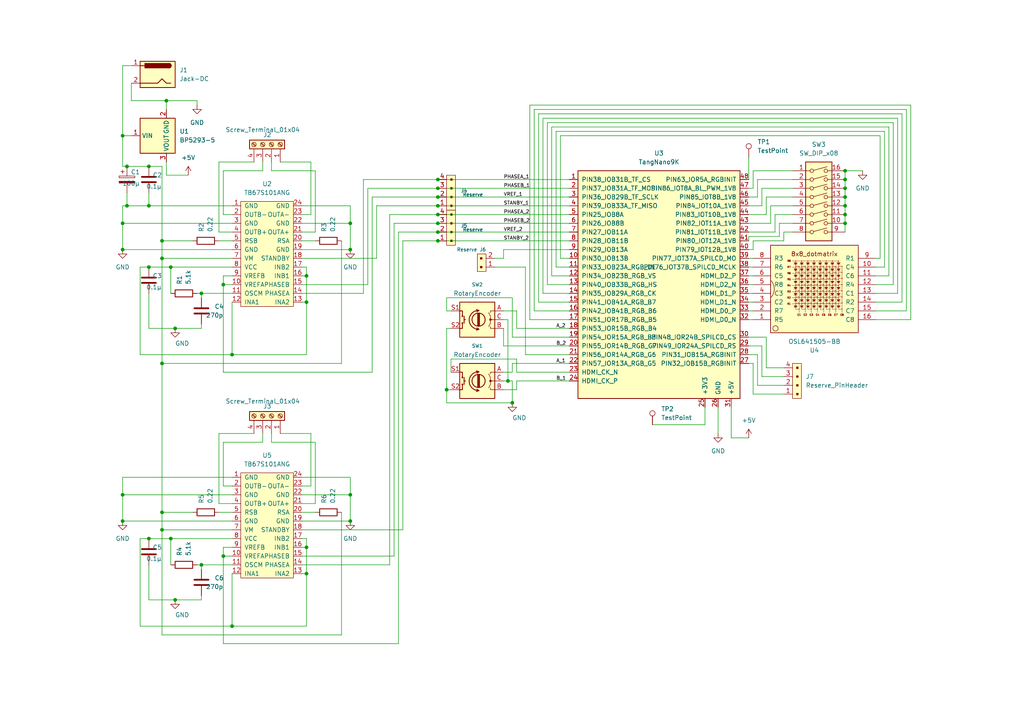
<source format=kicad_sch>
(kicad_sch (version 20211123) (generator eeschema)
  (paper "A4")
  (title_block (title "MoterDriverBoard for Tang Nano 9K"))
  (lib_symbols
    (symbol "455-1639-nd:455-1639-ND" (pin_names (offset 1.016))
      (property "Reference" "U" (at -2.54 1.27 0))
      (property "Value" "455-1639-ND" (at 1.27 -3.81 0))
      (symbol "455-1639-ND_1_1"
        (pin passive line (at 0 2.54 270) (length 2.54) (name "~") (number "1"))
        (pin passive line (at 2.54 2.54 270) (length 2.54) (name "~") (number "2"))
      )
    )
    (symbol "455-1706-nd:455-1706-ND" (pin_names (offset 1.016))
      (property "Reference" "U" (at -2.54 -1.27 0))
      (property "Value" "455-1706-ND" (at 3.81 -3.81 0))
      (symbol "455-1706-ND_1_1"
        (pin passive line (at 0 2.54 270) (length 2.54) (name "~") (number "1"))
        (pin passive line (at 2.54 2.54 270) (length 2.54) (name "~") (number "2"))
        (pin passive line (at 5.08 2.54 270) (length 2.54) (name "~") (number "3"))
        (pin passive line (at 7.62 2.54 270) (length 2.54) (name "~") (number "4"))
      )
    )
    (symbol "Connector:Jack-DC" (pin_names (offset 1.016))
      (property "Reference" "J" (at 0 5.334 0))
      (property "Value" "Jack-DC" (at 0 -5.08 0))
      (symbol "Jack-DC_1_1"
        (pin passive line (at 7.62 2.54 180) (length 2.54) (name "~") (number "1"))
        (pin passive line (at 7.62 -2.54 180) (length 2.54) (name "~") (number "2"))
      )
    )
    (symbol "Connector:Screw_Terminal_01x04" (pin_names (offset 1.016) hide)
      (property "Reference" "J" (at 0 5.08 0))
      (property "Value" "Screw_Terminal_01x04" (at 0 -7.62 0))
      (symbol "Screw_Terminal_01x04_1_1"
        (pin passive line (at -5.08 2.54 0) (length 3.81) (name "Pin_1") (number "1"))
        (pin passive line (at -5.08 0 0) (length 3.81) (name "Pin_2") (number "2"))
        (pin passive line (at -5.08 -2.54 0) (length 3.81) (name "Pin_3") (number "3"))
        (pin passive line (at -5.08 -5.08 0) (length 3.81) (name "Pin_4") (number "4"))
      )
    )
    (symbol "Connector:TestPoint" (pin_numbers hide) (pin_names (offset 0.762) hide)
      (property "Reference" "TP" (at 0 6.858 0))
      (property "Value" "TestPoint" (at 0 5.08 0))
      (symbol "TestPoint_1_1"
        (pin passive line (at 0 0 90) (length 2.54) (name "1") (number "1"))
      )
    )
    (symbol "Device:C" (pin_numbers hide) (pin_names (offset 0.254))
      (property "Reference" "C" (at 0.635 2.54 0))
      (property "Value" "C" (at 0.635 -2.54 0))
      (symbol "C_1_1"
        (pin passive line (at 0 3.81 270) (length 2.794) (name "~") (number "1"))
        (pin passive line (at 0 -3.81 90) (length 2.794) (name "~") (number "2"))
      )
    )
    (symbol "Device:C_Polarized" (pin_numbers hide) (pin_names (offset 0.254))
      (property "Reference" "C" (at 0.635 2.54 0))
      (property "Value" "C_Polarized" (at 0.635 -2.54 0))
      (symbol "C_Polarized_1_1"
        (pin passive line (at 0 3.81 270) (length 2.794) (name "~") (number "1"))
        (pin passive line (at 0 -3.81 90) (length 2.794) (name "~") (number "2"))
      )
    )
    (symbol "Device:R" (pin_numbers hide) (pin_names (offset 0))
      (property "Reference" "R" (at 2.032 0 90))
      (property "Value" "R" (at 0 0 90))
      (symbol "R_1_1"
        (pin passive line (at 0 3.81 270) (length 1.27) (name "~") (number "1"))
        (pin passive line (at 0 -3.81 90) (length 1.27) (name "~") (number "2"))
      )
    )
    (symbol "Device:RotaryEncoder_Switch" (pin_names (offset 0.254) hide)
      (property "Reference" "SW" (at 0 6.604 0))
      (property "Value" "RotaryEncoder_Switch" (at 0 -6.604 0))
      (symbol "RotaryEncoder_Switch_1_1"
        (pin passive line (at -7.62 2.54 0) (length 2.54) (name "A") (number "A"))
        (pin passive line (at -7.62 -2.54 0) (length 2.54) (name "B") (number "B"))
        (pin passive line (at -7.62 0 0) (length 2.54) (name "C") (number "C"))
        (pin passive line (at 7.62 2.54 180) (length 2.54) (name "S1") (number "S1"))
        (pin passive line (at 7.62 -2.54 180) (length 2.54) (name "S2") (number "S2"))
      )
    )
    (symbol "Driver_Motor:TB67S101ANG" (pin_names (offset 1.016))
      (property "Reference" "U" (at -3.81 16.51 0))
      (property "Value" "TB67S101ANG" (at 0 -16.51 0))
      (symbol "TB67S101ANG_1_1"
        (pin free line (at -10.16 13.97 0) (length 2.54) (name "GND") (number "1"))
        (pin input line (at -10.16 -8.89 0) (length 2.54) (name "VREFA") (number "10"))
        (pin input line (at -10.16 -11.43 0) (length 2.54) (name "OSCM") (number "11"))
        (pin input line (at -10.16 -13.97 0) (length 2.54) (name "INA1") (number "12"))
        (pin input line (at 10.16 -13.97 180) (length 2.54) (name "INA2") (number "13"))
        (pin input line (at 10.16 -11.43 180) (length 2.54) (name "PHASEA") (number "14"))
        (pin input line (at 10.16 -8.89 180) (length 2.54) (name "PHASEB") (number "15"))
        (pin input line (at 10.16 -6.35 180) (length 2.54) (name "INB1") (number "16"))
        (pin input line (at 10.16 -3.81 180) (length 2.54) (name "INB2") (number "17"))
        (pin input line (at 10.16 -1.27 180) (length 2.54) (name "STANDBY") (number "18"))
        (pin free line (at 10.16 1.27 180) (length 2.54) (name "GND") (number "19"))
        (pin output line (at -10.16 11.43 0) (length 2.54) (name "OUTB-") (number "2"))
        (pin input line (at 10.16 3.81 180) (length 2.54) (name "RSA") (number "20"))
        (pin output line (at 10.16 6.35 180) (length 2.54) (name "OUTA+") (number "21"))
        (pin free line (at 10.16 8.89 180) (length 2.54) (name "GND") (number "22"))
        (pin output line (at 10.16 11.43 180) (length 2.54) (name "OUTA-") (number "23"))
        (pin free line (at 10.16 13.97 180) (length 2.54) (name "GND") (number "24"))
        (pin free line (at -10.16 8.89 0) (length 2.54) (name "GND") (number "3"))
        (pin output line (at -10.16 6.35 0) (length 2.54) (name "OUTB+") (number "4"))
        (pin input line (at -10.16 3.81 0) (length 2.54) (name "RSB") (number "5"))
        (pin free line (at -10.16 1.27 0) (length 2.54) (name "GND") (number "6"))
        (pin power_in line (at -10.16 -1.27 0) (length 2.54) (name "VM") (number "7"))
        (pin power_out line (at -10.16 -3.81 0) (length 2.54) (name "VCC") (number "8"))
        (pin input line (at -10.16 -6.35 0) (length 2.54) (name "VREFB") (number "9"))
      )
    )
    (symbol "LED_1088as:OSL641505-BB" (pin_names (offset 1.016))
      (property "Reference" "U" (at 7.62 11.43 0))
      (property "Value" "OSL641505-BB" (at 0 11.43 0))
      (symbol "OSL641505-BB_0_0"
        (text "8x8_dotmatrix" (at 0 -10.16 0) (effects (font (size 1.27 1.27))))
      )
      (symbol "OSL641505-BB_1_1"
        (text "C1" (at -4.445 7.493 0) (effects (font (size 0.508 0.508))))
        (text "C2" (at -2.667 7.493 0) (effects (font (size 0.508 0.508))))
        (text "C3" (at -0.889 7.493 0) (effects (font (size 0.508 0.508))))
        (text "C4" (at 0.889 7.493 0) (effects (font (size 0.508 0.508))))
        (text "C5" (at 2.667 7.493 0) (effects (font (size 0.508 0.508))))
        (text "C6" (at 4.445 7.493 0) (effects (font (size 0.508 0.508))))
        (text "C7" (at 6.223 7.493 0) (effects (font (size 0.508 0.508))))
        (text "C8" (at 8.001 7.493 0) (effects (font (size 0.508 0.508))))
        (text "R1" (at -7.366 4.318 0) (effects (font (size 0.508 0.508))))
        (text "R2" (at -7.366 2.54 0) (effects (font (size 0.508 0.508))))
        (text "R3" (at -7.366 0.762 0) (effects (font (size 0.508 0.508))))
        (text "R4" (at -7.366 -1.016 0) (effects (font (size 0.508 0.508))))
        (text "R5" (at -7.366 -2.794 0) (effects (font (size 0.508 0.508))))
        (text "R6" (at -7.366 -4.572 0) (effects (font (size 0.508 0.508))))
        (text "R7" (at -7.366 -6.35 0) (effects (font (size 0.508 0.508))))
        (text "R8" (at -7.366 -8.128 0) (effects (font (size 0.508 0.508))))
        (pin input line (at -17.78 8.89 0) (length 5.08) (name "R5") (number "1"))
        (pin input line (at 17.78 -6.35 180) (length 5.08) (name "C4") (number "10"))
        (pin input line (at 17.78 -3.81 180) (length 5.08) (name "C6") (number "11"))
        (pin input line (at 17.78 -1.27 180) (length 5.08) (name "R4") (number "12"))
        (pin input line (at 17.78 1.27 180) (length 5.08) (name "C1") (number "13"))
        (pin input line (at 17.78 3.81 180) (length 5.08) (name "R2") (number "14"))
        (pin input line (at 17.78 6.35 180) (length 5.08) (name "C7") (number "15"))
        (pin input line (at 17.78 8.89 180) (length 5.08) (name "C8") (number "16"))
        (pin input line (at -17.78 6.35 0) (length 5.08) (name "R7") (number "2"))
        (pin input line (at -17.78 3.81 0) (length 5.08) (name "C2") (number "3"))
        (pin input line (at -17.78 1.27 0) (length 5.08) (name "C3") (number "4"))
        (pin input line (at -17.78 -1.27 0) (length 5.08) (name "R8") (number "5"))
        (pin input line (at -17.78 -3.81 0) (length 5.08) (name "C5") (number "6"))
        (pin input line (at -17.78 -6.35 0) (length 5.08) (name "R6") (number "7"))
        (pin input line (at -17.78 -8.89 0) (length 5.08) (name "R3") (number "8"))
        (pin input line (at 17.78 -8.89 180) (length 5.08) (name "R1") (number "9"))
      )
    )
    (symbol "MCU_Module:TangNano9K" (pin_names (offset 1.016))
      (property "Reference" "U" (at -12.7 34.29 0))
      (property "Value" "TangNano9K" (at 24.13 34.29 0))
      (symbol "TangNano9K_1_1"
        (pin bidirectional line (at -34.29 30.48 0) (length 2.54) (name "PIN38_IOB31B_TF_CS") (number "1"))
        (pin bidirectional line (at -34.29 7.62 0) (length 2.54) (name "PIN30_IOB13B") (number "10"))
        (pin bidirectional line (at -34.29 5.08 0) (length 2.54) (name "PIN33_IOB23A_RGB_DE") (number "11"))
        (pin bidirectional line (at -34.29 2.54 0) (length 2.54) (name "PIN34_IOB23B_RGB_VS") (number "12"))
        (pin bidirectional line (at -34.29 0 0) (length 2.54) (name "PIN40_IOB33B_RGB_HS") (number "13"))
        (pin bidirectional line (at -34.29 -2.54 0) (length 2.54) (name "PIN35_IOB29A_RGB_CK") (number "14"))
        (pin bidirectional line (at -34.29 -5.08 0) (length 2.54) (name "PIN41_IOB41A_RGB_B7") (number "15"))
        (pin bidirectional line (at -34.29 -7.62 0) (length 2.54) (name "PIN42_IOB41B_RGB_B6") (number "16"))
        (pin bidirectional line (at -34.29 -10.16 0) (length 2.54) (name "PIN51_IOR17B_RGB_B5") (number "17"))
        (pin bidirectional line (at -34.29 -12.7 0) (length 2.54) (name "PIN53_IOR15B_RGB_B4") (number "18"))
        (pin bidirectional line (at -34.29 -15.24 0) (length 2.54) (name "PIN54_IOR15A_RGB_B3") (number "19"))
        (pin bidirectional line (at -34.29 27.94 0) (length 2.54) (name "PIN37_IOB31A_TF_MOSI") (number "2"))
        (pin bidirectional line (at -34.29 -17.78 0) (length 2.54) (name "PIN55_IOR14B_RGB_G7") (number "20"))
        (pin bidirectional line (at -34.29 -20.32 0) (length 2.54) (name "PIN56_IOR14A_RGB_G6") (number "21"))
        (pin bidirectional line (at -34.29 -22.86 0) (length 2.54) (name "PIN57_IOR13A_RGB_G5") (number "22"))
        (pin bidirectional line (at -34.29 -25.4 0) (length 2.54) (name "HDMI_CK_N") (number "23"))
        (pin bidirectional line (at -34.29 -27.94 0) (length 2.54) (name "HDMI_CK_P") (number "24"))
        (pin power_in line (at 5.08 -35.56 90) (length 2.54) (name "+3V3") (number "25"))
        (pin free line (at 8.89 -35.56 90) (length 2.54) (name "GND") (number "26"))
        (pin bidirectional line (at 17.78 -22.86 180) (length 2.54) (name "PIN32_IOB15B_RGBINIT") (number "27"))
        (pin bidirectional line (at 17.78 -20.32 180) (length 2.54) (name "PIN31_IOB15A_RGBINIT") (number "28"))
        (pin bidirectional line (at 17.78 -17.78 180) (length 2.54) (name "PIN49_IOR24A_SPILCD_RS") (number "29"))
        (pin bidirectional line (at -34.29 25.4 0) (length 2.54) (name "PIN36_IOB29B_TF_SCLK") (number "3"))
        (pin bidirectional line (at 17.78 -15.24 180) (length 2.54) (name "PIN48_IOR24B_SPILCD_CS") (number "30"))
        (pin power_in line (at 12.7 -35.56 90) (length 2.54) (name "+5V") (number "31"))
        (pin bidirectional line (at 17.78 -10.16 180) (length 2.54) (name "HDMI_D0_N") (number "32"))
        (pin bidirectional line (at 17.78 -7.62 180) (length 2.54) (name "HDMI_D0_P") (number "33"))
        (pin bidirectional line (at 17.78 -5.08 180) (length 2.54) (name "HDMI_D1_N") (number "34"))
        (pin bidirectional line (at 17.78 -2.54 180) (length 2.54) (name "HDMI_D1_P") (number "35"))
        (pin bidirectional line (at 17.78 0 180) (length 2.54) (name "HDMI_D2_N") (number "36"))
        (pin bidirectional line (at 17.78 2.54 180) (length 2.54) (name "HDMI_D2_P") (number "37"))
        (pin bidirectional line (at 17.78 5.08 180) (length 2.54) (name "PIN76_IOT37B_SPILCD_MCLK") (number "38"))
        (pin bidirectional line (at 17.78 7.62 180) (length 2.54) (name "PIN77_IOT37A_SPILCD_MO") (number "39"))
        (pin bidirectional line (at -34.29 22.86 0) (length 2.54) (name "PIN39_IOB33A_TF_MISO") (number "4"))
        (pin bidirectional line (at 17.78 10.16 180) (length 2.54) (name "PIN79_IOT12B_1V8") (number "40"))
        (pin bidirectional line (at 17.78 12.7 180) (length 2.54) (name "PIN80_IOT12A_1V8") (number "41"))
        (pin bidirectional line (at 17.78 15.24 180) (length 2.54) (name "PIN81_IOT11B_1V8") (number "42"))
        (pin bidirectional line (at 17.78 17.78 180) (length 2.54) (name "PIN82_IOT11A_1V8") (number "43"))
        (pin bidirectional line (at 17.78 20.32 180) (length 2.54) (name "PIN83_IOT10B_1V8") (number "44"))
        (pin bidirectional line (at 17.78 22.86 180) (length 2.54) (name "PIN84_IOT10A_1V8") (number "45"))
        (pin bidirectional line (at 17.78 25.4 180) (length 2.54) (name "PIN85_IOT8B_1V8") (number "46"))
        (pin bidirectional line (at 17.78 27.94 180) (length 2.54) (name "PIN86_IOT8A_BL_PWM_1V8") (number "47"))
        (pin bidirectional line (at 17.78 30.48 180) (length 2.54) (name "PIN63_IOR5A_RGBINIT") (number "48"))
        (pin bidirectional line (at -34.29 20.32 0) (length 2.54) (name "PIN25_IOB8A") (number "5"))
        (pin bidirectional line (at -34.29 17.78 0) (length 2.54) (name "PIN26_IOB8B") (number "6"))
        (pin bidirectional line (at -34.29 15.24 0) (length 2.54) (name "PIN27_IOB11A") (number "7"))
        (pin bidirectional line (at -34.29 12.7 0) (length 2.54) (name "PIN28_IOB11B") (number "8"))
        (pin bidirectional line (at -34.29 10.16 0) (length 2.54) (name "PIN29_IOB13A") (number "9"))
      )
    )
    (symbol "Switch:SW_DIP_x08" (pin_names (offset 0) hide)
      (property "Reference" "SW" (at 0 13.97 0))
      (property "Value" "SW_DIP_x08" (at 0 -11.43 0))
      (symbol "SW_DIP_x08_1_1"
        (pin passive line (at -7.62 10.16 0) (length 5.08) (name "~") (number "1"))
        (pin passive line (at 7.62 -5.08 180) (length 5.08) (name "~") (number "10"))
        (pin passive line (at 7.62 -2.54 180) (length 5.08) (name "~") (number "11"))
        (pin passive line (at 7.62 0 180) (length 5.08) (name "~") (number "12"))
        (pin passive line (at 7.62 2.54 180) (length 5.08) (name "~") (number "13"))
        (pin passive line (at 7.62 5.08 180) (length 5.08) (name "~") (number "14"))
        (pin passive line (at 7.62 7.62 180) (length 5.08) (name "~") (number "15"))
        (pin passive line (at 7.62 10.16 180) (length 5.08) (name "~") (number "16"))
        (pin passive line (at -7.62 7.62 0) (length 5.08) (name "~") (number "2"))
        (pin passive line (at -7.62 5.08 0) (length 5.08) (name "~") (number "3"))
        (pin passive line (at -7.62 2.54 0) (length 5.08) (name "~") (number "4"))
        (pin passive line (at -7.62 0 0) (length 5.08) (name "~") (number "5"))
        (pin passive line (at -7.62 -2.54 0) (length 5.08) (name "~") (number "6"))
        (pin passive line (at -7.62 -5.08 0) (length 5.08) (name "~") (number "7"))
        (pin passive line (at -7.62 -7.62 0) (length 5.08) (name "~") (number "8"))
        (pin passive line (at 7.62 -7.62 180) (length 5.08) (name "~") (number "9"))
      )
    )
    (symbol "power:+5V" (power) (pin_names (offset 0))
      (property "Value" "+5V" (at 0 3.556 0))
      (symbol "+5V_1_1"
        (pin power_in line (at 0 0 90) (length 0) hide (name "+5V") (number "1"))
      )
    )
    (symbol "power:BP5293-5"
      (property "Reference" "U1" (at 3.81 1.2701 0))
      (property "Value" "BP5293-5" (at 3.81 -1.2699 0))
      (symbol "BP5293-5_1_1"
        (pin power_in line (at -10.16 0 0) (length 2.54) (name "VIN") (number "1"))
        (pin free line (at 0 7.62 270) (length 2.54) (name "GND") (number "2"))
        (pin power_out line (at 0 -7.62 90) (length 2.54) (name "VOUT") (number "3"))
      )
    )
    (symbol "power:GND" (power) (pin_names (offset 0))
      (property "Value" "GND" (at 0 -3.81 0))
      (symbol "GND_1_1"
        (pin power_in line (at 0 0 270) (length 0) hide (name "GND") (number "1"))
      )
    )
  )
  (junction (at 35.56 151.13))
  (junction (at 67.31 181.61))
  (junction (at 88.9 158.75))
  (junction (at 58.42 85.09))
  (junction (at 35.56 72.39))
  (junction (at 101.6 151.13))
  (junction (at 43.18 77.47))
  (junction (at 127 52.07))
  (junction (at 43.18 156.21))
  (junction (at 101.6 64.77))
  (junction (at 245.11 62.23))
  (junction (at 50.8 173.99))
  (junction (at 36.83 48.26))
  (junction (at 64.77 82.55))
  (junction (at 127 64.77))
  (junction (at 245.11 52.07))
  (junction (at 67.31 102.87))
  (junction (at 43.18 59.69))
  (junction (at 127 69.85))
  (junction (at 245.11 64.77))
  (junction (at 46.99 69.85))
  (junction (at 43.18 48.26))
  (junction (at 127 62.23))
  (junction (at 58.42 163.83))
  (junction (at 46.99 148.59))
  (junction (at 245.11 49.53))
  (junction (at 35.56 64.77))
  (junction (at 46.99 105.41))
  (junction (at 127 54.61))
  (junction (at 129.54 113.03))
  (junction (at 46.99 74.93))
  (junction (at 35.56 39.37))
  (junction (at 101.6 143.51))
  (junction (at 64.77 161.29))
  (junction (at 49.53 156.21))
  (junction (at 127 57.15))
  (junction (at 148.59 116.84))
  (junction (at 245.11 54.61))
  (junction (at 147.32 110.49))
  (junction (at 127 59.69))
  (junction (at 101.6 72.39))
  (junction (at 50.8 95.25))
  (junction (at 46.99 153.67))
  (junction (at 245.11 59.69))
  (junction (at 48.26 29.21))
  (junction (at 36.83 59.69))
  (junction (at 88.9 87.63))
  (junction (at 35.56 143.51))
  (junction (at 49.53 77.47))
  (junction (at 88.9 80.01))
  (junction (at 127 67.31))
  (junction (at 88.9 166.37))
  (junction (at 245.11 57.15))
  (wire (pts (xy 109.22 59.69) (xy 109.22 74.93)))
  (wire (pts (xy 64.77 80.01) (xy 67.31 80.01)))
  (wire (pts (xy 129.54 113.03) (xy 129.54 116.84)))
  (wire (pts (xy 147.32 110.49) (xy 146.05 110.49)))
  (wire (pts (xy 154.94 90.17) (xy 154.94 31.75)))
  (wire (pts (xy 91.44 146.05) (xy 87.63 146.05)))
  (wire (pts (xy 107.95 57.15) (xy 127 57.15)))
  (wire (pts (xy 218.44 54.61) (xy 218.44 49.53)))
  (wire (pts (xy 40.64 102.87) (xy 67.31 102.87)))
  (wire (pts (xy 204.47 118.11) (xy 204.47 123.19)))
  (wire (pts (xy 46.99 184.15) (xy 99.06 184.15)))
  (wire (pts (xy 116.84 153.67) (xy 116.84 69.85)))
  (wire (pts (xy 46.99 69.85) (xy 55.88 69.85)))
  (wire (pts (xy 245.11 54.61) (xy 245.11 57.15)))
  (wire (pts (xy 78.74 49.53) (xy 91.44 49.53)))
  (wire (pts (xy 87.63 161.29) (xy 114.3 161.29)))
  (wire (pts (xy 218.44 69.85) (xy 227.33 69.85)))
  (wire (pts (xy 224.79 67.31) (xy 224.79 62.23)))
  (wire (pts (xy 162.56 74.93) (xy 162.56 39.37)))
  (wire (pts (xy 254 92.71) (xy 264.16 92.71)))
  (wire (pts (xy 35.56 138.43) (xy 67.31 138.43)))
  (wire (pts (xy 149.86 107.95) (xy 165.1 107.95)))
  (wire (pts (xy 73.66 125.73) (xy 63.5 125.73)))
  (wire (pts (xy 127 64.77) (xy 165.1 64.77)))
  (wire (pts (xy 114.3 161.29) (xy 114.3 64.77)))
  (wire (pts (xy 217.17 45.72) (xy 217.17 52.07)))
  (wire (pts (xy 148.59 105.41) (xy 165.1 105.41)))
  (wire (pts (xy 49.53 77.47) (xy 67.31 77.47)))
  (wire (pts (xy 148.59 110.49) (xy 147.32 110.49)))
  (wire (pts (xy 35.56 72.39) (xy 35.56 64.77)))
  (wire (pts (xy 43.18 55.88) (xy 43.18 59.69)))
  (wire (pts (xy 63.5 46.99) (xy 63.5 67.31)))
  (wire (pts (xy 217.17 97.79) (xy 222.25 97.79)))
  (wire (pts (xy 165.1 74.93) (xy 162.56 74.93)))
  (wire (pts (xy 245.11 62.23) (xy 245.11 64.77)))
  (wire (pts (xy 222.25 57.15) (xy 229.87 57.15)))
  (wire (pts (xy 227.33 69.85) (xy 227.33 67.31)))
  (wire (pts (xy 224.79 62.23) (xy 229.87 62.23)))
  (wire (pts (xy 127 57.15) (xy 165.1 57.15)))
  (wire (pts (xy 217.17 92.71) (xy 218.44 92.71)))
  (wire (pts (xy 217.17 54.61) (xy 218.44 54.61)))
  (wire (pts (xy 146.05 95.25) (xy 146.05 100.33)))
  (wire (pts (xy 127 69.85) (xy 165.1 69.85)))
  (wire (pts (xy 67.31 166.37) (xy 67.31 181.61)))
  (wire (pts (xy 101.6 64.77) (xy 101.6 72.39)))
  (wire (pts (xy 116.84 69.85) (xy 127 69.85)))
  (wire (pts (xy 262.89 31.75) (xy 262.89 90.17)))
  (wire (pts (xy 146.05 113.03) (xy 149.86 113.03)))
  (wire (pts (xy 91.44 67.31) (xy 87.63 67.31)))
  (wire (pts (xy 245.11 59.69) (xy 245.11 62.23)))
  (wire (pts (xy 218.44 49.53) (xy 229.87 49.53)))
  (wire (pts (xy 129.54 116.84) (xy 148.59 116.84)))
  (wire (pts (xy 38.1 19.05) (xy 35.56 19.05)))
  (wire (pts (xy 255.27 74.93) (xy 254 74.93)))
  (wire (pts (xy 212.09 127) (xy 217.17 127)))
  (wire (pts (xy 217.17 102.87) (xy 219.71 102.87)))
  (wire (pts (xy 165.1 87.63) (xy 156.21 87.63)))
  (wire (pts (xy 35.56 19.05) (xy 35.56 39.37)))
  (wire (pts (xy 226.06 68.58) (xy 226.06 64.77)))
  (wire (pts (xy 217.17 68.58) (xy 226.06 68.58)))
  (wire (pts (xy 218.44 105.41) (xy 218.44 114.3)))
  (wire (pts (xy 165.1 54.61) (xy 127 54.61)))
  (wire (pts (xy 157.48 34.29) (xy 260.35 34.29)))
  (wire (pts (xy 88.9 156.21) (xy 88.9 158.75)))
  (wire (pts (xy 46.99 69.85) (xy 46.99 74.93)))
  (wire (pts (xy 158.75 82.55) (xy 158.75 35.56)))
  (wire (pts (xy 78.74 128.27) (xy 91.44 128.27)))
  (wire (pts (xy 165.1 92.71) (xy 153.67 92.71)))
  (wire (pts (xy 67.31 140.97) (xy 64.77 140.97)))
  (wire (pts (xy 87.63 69.85) (xy 91.44 69.85)))
  (wire (pts (xy 58.42 95.25) (xy 58.42 93.98)))
  (wire (pts (xy 158.75 35.56) (xy 259.08 35.56)))
  (wire (pts (xy 129.54 113.03) (xy 130.81 113.03)))
  (wire (pts (xy 152.4 77.47) (xy 143.51 77.47)))
  (wire (pts (xy 208.28 118.11) (xy 208.28 125.73)))
  (wire (pts (xy 67.31 62.23) (xy 64.77 62.23)))
  (wire (pts (xy 40.64 156.21) (xy 43.18 156.21)))
  (wire (pts (xy 130.81 107.95) (xy 130.81 104.14)))
  (wire (pts (xy 64.77 62.23) (xy 64.77 49.53)))
  (wire (pts (xy 217.17 87.63) (xy 218.44 87.63)))
  (wire (pts (xy 46.99 74.93) (xy 46.99 105.41)))
  (wire (pts (xy 157.48 85.09) (xy 157.48 34.29)))
  (wire (pts (xy 153.67 30.48) (xy 264.16 30.48)))
  (wire (pts (xy 148.59 86.36) (xy 148.59 97.79)))
  (wire (pts (xy 217.17 74.93) (xy 218.44 74.93)))
  (wire (pts (xy 146.05 90.17) (xy 149.86 90.17)))
  (wire (pts (xy 227.33 67.31) (xy 229.87 67.31)))
  (wire (pts (xy 58.42 163.83) (xy 67.31 163.83)))
  (wire (pts (xy 87.63 77.47) (xy 88.9 77.47)))
  (wire (pts (xy 43.18 48.26) (xy 46.99 48.26)))
  (wire (pts (xy 127 62.23) (xy 165.1 62.23)))
  (wire (pts (xy 46.99 105.41) (xy 99.06 105.41)))
  (wire (pts (xy 87.63 80.01) (xy 88.9 80.01)))
  (wire (pts (xy 67.31 87.63) (xy 67.31 102.87)))
  (wire (pts (xy 46.99 69.85) (xy 46.99 48.26)))
  (wire (pts (xy 88.9 87.63) (xy 88.9 102.87)))
  (wire (pts (xy 78.74 46.99) (xy 78.74 49.53)))
  (wire (pts (xy 36.83 59.69) (xy 35.56 59.69)))
  (wire (pts (xy 256.54 77.47) (xy 254 77.47)))
  (wire (pts (xy 127 59.69) (xy 109.22 59.69)))
  (wire (pts (xy 38.1 29.21) (xy 48.26 29.21)))
  (wire (pts (xy 254 90.17) (xy 262.89 90.17)))
  (wire (pts (xy 227.33 111.76) (xy 219.71 111.76)))
  (wire (pts (xy 49.53 163.83) (xy 49.53 156.21)))
  (wire (pts (xy 105.41 85.09) (xy 87.63 85.09)))
  (wire (pts (xy 64.77 128.27) (xy 76.2 128.27)))
  (wire (pts (xy 43.18 95.25) (xy 43.18 85.09)))
  (wire (pts (xy 245.11 52.07) (xy 245.11 54.61)))
  (wire (pts (xy 76.2 128.27) (xy 76.2 125.73)))
  (wire (pts (xy 35.56 151.13) (xy 67.31 151.13)))
  (wire (pts (xy 76.2 49.53) (xy 76.2 46.99)))
  (wire (pts (xy 35.56 48.26) (xy 36.83 48.26)))
  (wire (pts (xy 219.71 52.07) (xy 229.87 52.07)))
  (wire (pts (xy 165.1 85.09) (xy 157.48 85.09)))
  (wire (pts (xy 260.35 34.29) (xy 260.35 85.09)))
  (wire (pts (xy 63.5 67.31) (xy 67.31 67.31)))
  (wire (pts (xy 165.1 80.01) (xy 160.02 80.01)))
  (wire (pts (xy 64.77 186.69) (xy 64.77 161.29)))
  (wire (pts (xy 35.56 151.13) (xy 35.56 143.51)))
  (wire (pts (xy 113.03 62.23) (xy 127 62.23)))
  (wire (pts (xy 217.17 72.39) (xy 218.44 72.39)))
  (wire (pts (xy 218.44 72.39) (xy 218.44 69.85)))
  (wire (pts (xy 64.77 161.29) (xy 67.31 161.29)))
  (wire (pts (xy 35.56 39.37) (xy 38.1 39.37)))
  (wire (pts (xy 43.18 156.21) (xy 49.53 156.21)))
  (wire (pts (xy 101.6 143.51) (xy 101.6 151.13)))
  (wire (pts (xy 43.18 59.69) (xy 36.83 59.69)))
  (wire (pts (xy 161.29 38.1) (xy 256.54 38.1)))
  (wire (pts (xy 105.41 52.07) (xy 105.41 85.09)))
  (wire (pts (xy 130.81 95.25) (xy 129.54 95.25)))
  (wire (pts (xy 88.9 166.37) (xy 88.9 181.61)))
  (wire (pts (xy 217.17 67.31) (xy 224.79 67.31)))
  (wire (pts (xy 217.17 68.58) (xy 217.17 69.85)))
  (wire (pts (xy 35.56 72.39) (xy 67.31 72.39)))
  (wire (pts (xy 64.77 158.75) (xy 67.31 158.75)))
  (wire (pts (xy 212.09 118.11) (xy 212.09 127)))
  (wire (pts (xy 43.18 173.99) (xy 43.18 163.83)))
  (wire (pts (xy 129.54 90.17) (xy 130.81 90.17)))
  (wire (pts (xy 91.44 128.27) (xy 91.44 146.05)))
  (wire (pts (xy 217.17 77.47) (xy 218.44 77.47)))
  (wire (pts (xy 87.63 62.23) (xy 90.17 62.23)))
  (wire (pts (xy 88.9 158.75) (xy 88.9 166.37)))
  (wire (pts (xy 50.8 173.99) (xy 58.42 173.99)))
  (wire (pts (xy 64.77 161.29) (xy 64.77 158.75)))
  (wire (pts (xy 46.99 74.93) (xy 67.31 74.93)))
  (wire (pts (xy 63.5 148.59) (xy 67.31 148.59)))
  (wire (pts (xy 114.3 64.77) (xy 127 64.77)))
  (wire (pts (xy 115.57 67.31) (xy 127 67.31)))
  (wire (pts (xy 154.94 31.75) (xy 262.89 31.75)))
  (wire (pts (xy 153.67 92.71) (xy 153.67 30.48)))
  (wire (pts (xy 156.21 87.63) (xy 156.21 33.02)))
  (wire (pts (xy 160.02 36.83) (xy 257.81 36.83)))
  (wire (pts (xy 99.06 69.85) (xy 99.06 105.41)))
  (wire (pts (xy 146.05 74.93) (xy 146.05 72.39)))
  (wire (pts (xy 58.42 85.09) (xy 67.31 85.09)))
  (wire (pts (xy 146.05 92.71) (xy 147.32 92.71)))
  (wire (pts (xy 57.15 163.83) (xy 58.42 163.83)))
  (wire (pts (xy 165.1 52.07) (xy 127 52.07)))
  (wire (pts (xy 217.17 64.77) (xy 223.52 64.77)))
  (wire (pts (xy 217.17 90.17) (xy 218.44 90.17)))
  (wire (pts (xy 217.17 80.01) (xy 218.44 80.01)))
  (wire (pts (xy 46.99 148.59) (xy 55.88 148.59)))
  (wire (pts (xy 245.11 49.53) (xy 245.11 52.07)))
  (wire (pts (xy 259.08 35.56) (xy 259.08 82.55)))
  (wire (pts (xy 40.64 77.47) (xy 40.64 102.87)))
  (wire (pts (xy 88.9 181.61) (xy 67.31 181.61)))
  (wire (pts (xy 256.54 38.1) (xy 256.54 77.47)))
  (wire (pts (xy 146.05 100.33) (xy 165.1 100.33)))
  (wire (pts (xy 87.63 151.13) (xy 101.6 151.13)))
  (wire (pts (xy 87.63 156.21) (xy 88.9 156.21)))
  (wire (pts (xy 57.15 85.09) (xy 58.42 85.09)))
  (wire (pts (xy 87.63 59.69) (xy 101.6 59.69)))
  (wire (pts (xy 46.99 153.67) (xy 67.31 153.67)))
  (wire (pts (xy 91.44 49.53) (xy 91.44 67.31)))
  (wire (pts (xy 217.17 85.09) (xy 218.44 85.09)))
  (wire (pts (xy 264.16 30.48) (xy 264.16 92.71)))
  (wire (pts (xy 156.21 33.02) (xy 261.62 33.02)))
  (wire (pts (xy 220.98 100.33) (xy 220.98 109.22)))
  (wire (pts (xy 148.59 116.84) (xy 148.59 110.49)))
  (wire (pts (xy 148.59 97.79) (xy 165.1 97.79)))
  (wire (pts (xy 64.77 107.95) (xy 64.77 82.55)))
  (wire (pts (xy 87.63 166.37) (xy 88.9 166.37)))
  (wire (pts (xy 46.99 105.41) (xy 46.99 148.59)))
  (wire (pts (xy 113.03 163.83) (xy 113.03 62.23)))
  (wire (pts (xy 152.4 102.87) (xy 152.4 77.47)))
  (wire (pts (xy 115.57 186.69) (xy 115.57 67.31)))
  (wire (pts (xy 87.63 153.67) (xy 116.84 153.67)))
  (wire (pts (xy 245.11 49.53) (xy 250.19 49.53)))
  (wire (pts (xy 161.29 77.47) (xy 161.29 38.1)))
  (wire (pts (xy 50.8 95.25) (xy 43.18 95.25)))
  (wire (pts (xy 90.17 140.97) (xy 90.17 125.73)))
  (wire (pts (xy 35.56 48.26) (xy 35.56 39.37)))
  (wire (pts (xy 165.1 90.17) (xy 154.94 90.17)))
  (wire (pts (xy 99.06 148.59) (xy 99.06 184.15)))
  (wire (pts (xy 148.59 107.95) (xy 148.59 105.41)))
  (wire (pts (xy 165.1 77.47) (xy 161.29 77.47)))
  (wire (pts (xy 129.54 86.36) (xy 148.59 86.36)))
  (wire (pts (xy 254 82.55) (xy 259.08 82.55)))
  (wire (pts (xy 255.27 39.37) (xy 255.27 74.93)))
  (wire (pts (xy 109.22 74.93) (xy 87.63 74.93)))
  (wire (pts (xy 129.54 90.17) (xy 129.54 86.36)))
  (wire (pts (xy 87.63 140.97) (xy 90.17 140.97)))
  (wire (pts (xy 146.05 107.95) (xy 148.59 107.95)))
  (wire (pts (xy 78.74 125.73) (xy 78.74 128.27)))
  (wire (pts (xy 43.18 77.47) (xy 49.53 77.47)))
  (wire (pts (xy 160.02 80.01) (xy 160.02 36.83)))
  (wire (pts (xy 88.9 80.01) (xy 88.9 87.63)))
  (wire (pts (xy 64.77 140.97) (xy 64.77 128.27)))
  (wire (pts (xy 127 67.31) (xy 165.1 67.31)))
  (wire (pts (xy 220.98 59.69) (xy 220.98 54.61)))
  (wire (pts (xy 49.53 85.09) (xy 49.53 77.47)))
  (wire (pts (xy 218.44 114.3) (xy 227.33 114.3)))
  (wire (pts (xy 58.42 86.36) (xy 58.42 85.09)))
  (wire (pts (xy 127 52.07) (xy 105.41 52.07)))
  (wire (pts (xy 254 87.63) (xy 261.62 87.63)))
  (wire (pts (xy 46.99 148.59) (xy 46.99 153.67)))
  (wire (pts (xy 64.77 186.69) (xy 115.57 186.69)))
  (wire (pts (xy 35.56 64.77) (xy 67.31 64.77)))
  (wire (pts (xy 217.17 62.23) (xy 222.25 62.23)))
  (wire (pts (xy 143.51 74.93) (xy 146.05 74.93)))
  (wire (pts (xy 261.62 33.02) (xy 261.62 87.63)))
  (wire (pts (xy 87.63 64.77) (xy 101.6 64.77)))
  (wire (pts (xy 50.8 173.99) (xy 43.18 173.99)))
  (wire (pts (xy 36.83 55.88) (xy 36.83 59.69)))
  (wire (pts (xy 226.06 64.77) (xy 229.87 64.77)))
  (wire (pts (xy 254 80.01) (xy 257.81 80.01)))
  (wire (pts (xy 217.17 100.33) (xy 220.98 100.33)))
  (wire (pts (xy 48.26 46.99) (xy 48.26 50.8)))
  (wire (pts (xy 127 54.61) (xy 106.68 54.61)))
  (wire (pts (xy 73.66 46.99) (xy 63.5 46.99)))
  (wire (pts (xy 219.71 111.76) (xy 219.71 102.87)))
  (wire (pts (xy 87.63 163.83) (xy 113.03 163.83)))
  (wire (pts (xy 245.11 64.77) (xy 245.11 67.31)))
  (wire (pts (xy 38.1 24.13) (xy 38.1 29.21)))
  (wire (pts (xy 87.63 158.75) (xy 88.9 158.75)))
  (wire (pts (xy 35.56 143.51) (xy 67.31 143.51)))
  (wire (pts (xy 219.71 57.15) (xy 219.71 52.07)))
  (wire (pts (xy 217.17 57.15) (xy 219.71 57.15)))
  (wire (pts (xy 88.9 77.47) (xy 88.9 80.01)))
  (wire (pts (xy 57.15 29.21) (xy 57.15 30.48)))
  (wire (pts (xy 106.68 82.55) (xy 87.63 82.55)))
  (wire (pts (xy 165.1 82.55) (xy 158.75 82.55)))
  (wire (pts (xy 149.86 113.03) (xy 149.86 110.49)))
  (wire (pts (xy 227.33 106.68) (xy 222.25 106.68)))
  (wire (pts (xy 149.86 90.17) (xy 149.86 95.25)))
  (wire (pts (xy 220.98 54.61) (xy 229.87 54.61)))
  (wire (pts (xy 245.11 57.15) (xy 245.11 59.69)))
  (wire (pts (xy 46.99 153.67) (xy 46.99 184.15)))
  (wire (pts (xy 106.68 54.61) (xy 106.68 82.55)))
  (wire (pts (xy 35.56 138.43) (xy 35.56 143.51)))
  (wire (pts (xy 149.86 95.25) (xy 165.1 95.25)))
  (wire (pts (xy 254 85.09) (xy 260.35 85.09)))
  (wire (pts (xy 58.42 173.99) (xy 58.42 172.72)))
  (wire (pts (xy 87.63 72.39) (xy 101.6 72.39)))
  (wire (pts (xy 217.17 82.55) (xy 218.44 82.55)))
  (wire (pts (xy 81.28 125.73) (xy 90.17 125.73)))
  (wire (pts (xy 88.9 102.87) (xy 67.31 102.87)))
  (wire (pts (xy 222.25 106.68) (xy 222.25 97.79)))
  (wire (pts (xy 130.81 104.14) (xy 149.86 104.14)))
  (wire (pts (xy 146.05 72.39) (xy 165.1 72.39)))
  (wire (pts (xy 64.77 107.95) (xy 107.95 107.95)))
  (wire (pts (xy 50.8 95.25) (xy 58.42 95.25)))
  (wire (pts (xy 81.28 46.99) (xy 90.17 46.99)))
  (wire (pts (xy 101.6 138.43) (xy 101.6 143.51)))
  (wire (pts (xy 189.23 123.19) (xy 204.47 123.19)))
  (wire (pts (xy 87.63 87.63) (xy 88.9 87.63)))
  (wire (pts (xy 147.32 92.71) (xy 147.32 110.49)))
  (wire (pts (xy 36.83 48.26) (xy 43.18 48.26)))
  (wire (pts (xy 54.61 50.8) (xy 48.26 50.8)))
  (wire (pts (xy 40.64 181.61) (xy 67.31 181.61)))
  (wire (pts (xy 64.77 82.55) (xy 67.31 82.55)))
  (wire (pts (xy 48.26 29.21) (xy 57.15 29.21)))
  (wire (pts (xy 64.77 82.55) (xy 64.77 80.01)))
  (wire (pts (xy 48.26 31.75) (xy 48.26 29.21)))
  (wire (pts (xy 101.6 59.69) (xy 101.6 64.77)))
  (wire (pts (xy 223.52 59.69) (xy 229.87 59.69)))
  (wire (pts (xy 35.56 59.69) (xy 35.56 64.77)))
  (wire (pts (xy 149.86 104.14) (xy 149.86 107.95)))
  (wire (pts (xy 87.63 138.43) (xy 101.6 138.43)))
  (wire (pts (xy 49.53 156.21) (xy 67.31 156.21)))
  (wire (pts (xy 63.5 146.05) (xy 67.31 146.05)))
  (wire (pts (xy 63.5 125.73) (xy 63.5 146.05)))
  (wire (pts (xy 165.1 59.69) (xy 127 59.69)))
  (wire (pts (xy 40.64 77.47) (xy 43.18 77.47)))
  (wire (pts (xy 63.5 69.85) (xy 67.31 69.85)))
  (wire (pts (xy 87.63 143.51) (xy 101.6 143.51)))
  (wire (pts (xy 90.17 62.23) (xy 90.17 46.99)))
  (wire (pts (xy 162.56 39.37) (xy 255.27 39.37)))
  (wire (pts (xy 217.17 59.69) (xy 220.98 59.69)))
  (wire (pts (xy 67.31 59.69) (xy 43.18 59.69)))
  (wire (pts (xy 87.63 148.59) (xy 91.44 148.59)))
  (wire (pts (xy 149.86 110.49) (xy 165.1 110.49)))
  (wire (pts (xy 58.42 165.1) (xy 58.42 163.83)))
  (wire (pts (xy 64.77 49.53) (xy 76.2 49.53)))
  (wire (pts (xy 223.52 64.77) (xy 223.52 59.69)))
  (wire (pts (xy 257.81 36.83) (xy 257.81 80.01)))
  (wire (pts (xy 129.54 95.25) (xy 129.54 113.03)))
  (wire (pts (xy 217.17 105.41) (xy 218.44 105.41)))
  (wire (pts (xy 165.1 102.87) (xy 152.4 102.87)))
  (wire (pts (xy 107.95 107.95) (xy 107.95 57.15)))
  (wire (pts (xy 40.64 156.21) (xy 40.64 181.61)))
  (wire (pts (xy 222.25 62.23) (xy 222.25 57.15)))
  (wire (pts (xy 220.98 109.22) (xy 227.33 109.22)))
  (label "VREF_2" (at 146.05 67.31 0) (effects (font (size 1 1))))
  (label "STANBY_1" (at 146.05 59.69 0) (effects (font (size 1 1))))
  (label "A_2" (at 161.29 95.25 0) (effects (font (size 1 1))))
  (label "PHASEB_2" (at 146.05 64.77 0) (effects (font (size 1 1))))
  (label "PHASEA_2" (at 146.05 62.23 0) (effects (font (size 1 1))))
  (label "B_1" (at 161.29 110.49 0) (effects (font (size 1 1))))
  (label "PHASEA_1" (at 146.05 52.07 0) (effects (font (size 1 1))))
  (label "STANBY_2" (at 146.05 69.85 0) (effects (font (size 1 1))))
  (label "PHASEB_1" (at 146.05 54.61 0) (effects (font (size 1 1))))
  (label "B_2" (at 161.29 100.33 0) (effects (font (size 1 1))))
  (label "VREF_1" (at 146.05 57.15 0) (effects (font (size 1 1))))
  (label "A_1" (at 161.29 105.41 0) (effects (font (size 1 1))))
  (symbol (lib_id "Device:R") (at 53.34 85.09 90) (unit 1)
    (property "Reference" "R1" (at 52.0699 82.55 0) (effects (justify left)))
    (property "Value" "5.1k" (at 54.6099 82.55 0) (effects (justify left)))
    (property "Footprint" "Resistor_THT:R_Axial_DIN0207_L6.3mm_D2.5mm_P7.62mm_Horizontal" (effects hide))
  )
  (symbol (lib_id "Device:C") (at 43.18 81.28 0) (unit 1)
    (property "Reference" "C3" (at 46.99 80.0099 0) (effects (justify right)))
    (property "Value" "0.1μ" (at 46.99 82.5499 0) (effects (justify right top)))
  )
  (symbol (lib_id "power:BP5293-5") (at 48.26 39.37 0) (unit 1)
    (property "Reference" "U1" (at 52.07 38.0999 0) (effects (justify left)))
    (property "Value" "BP5293-5" (at 52.07 40.6399 0) (effects (justify left)))
  )
  (symbol (lib_id "Switch:SW_DIP_x08") (at 237.49 59.69 0) (unit 1)
    (property "Reference" "SW3" (at 237.49 41.91 0))
    (property "Value" "SW_DIP_x08" (at 237.49 44.45 0))
  )
  (symbol (lib_id "Device:R") (at 59.69 148.59 90) (unit 1)
    (property "Reference" "R5" (at 58.4199 146.05 0) (effects (justify left)))
    (property "Value" "0.22" (at 60.9599 146.05 0) (effects (justify left)))
    (property "Footprint" "Resistor_THT:R_Axial_DIN0516_L15.5mm_D5.0mm_P20.32mm_Horizontal" (effects hide))
  )
  (symbol (lib_id "power:+5V") (at 217.17 127 0) (unit 1)
    (property "Reference" "#PWR05" (effects hide))
    (property "Value" "+5V" (at 217.17 121.92 0))
  )
  (symbol (lib_id "power:GND") (at 35.56 151.13 0) (unit 1)
    (property "Reference" "#PWR01" (effects hide))
    (property "Value" "GND" (at 35.56 156.21 0))
  )
  (symbol (lib_id "455-1706-nd:455-1706-ND") (at 129.54 69.85 90) (unit 1)
    (property "Reference" "J5" (at 134.62 66.04 90) (effects (font (size 1 1)) (justify top)))
    (property "Value" "Reserve" (at 137.16 66.04 90) (effects (font (size 1 1)) (justify bottom)))
    (property "Footprint" "digikey-footprints:PinHeader_1x4_P2mm_Drill1mm" (effects hide))
  )
  (symbol (lib_id "Device:C_Polarized") (at 36.83 52.07 0) (unit 1)
    (property "Reference" "C1" (at 40.64 49.9109 0) (effects (justify right)))
    (property "Value" "100μ" (at 40.64 52.4509 0) (effects (justify right top)))
  )
  (symbol (lib_id "455-1639-nd:455-1639-ND") (at 140.97 77.47 270) (mirror x) (unit 1)
    (property "Reference" "J6" (at 140.9701 72.39 90) (effects (font (size 1 1)) (justify right)))
    (property "Value" "Reserve" (at 138.4301 72.39 90) (effects (font (size 1 1)) (justify right)))
    (property "Footprint" "digikey-footprints:PinHeader_1x2_P3.96mm_Drill1.6mm" (effects hide))
  )
  (symbol (lib_id "Connector:TestPoint") (at 189.23 123.19 0) (unit 1)
    (property "Reference" "TP2" (at 191.77 118.6179 0) (effects (justify left)))
    (property "Value" "TestPoint" (at 191.77 121.1579 0) (effects (justify left)))
  )
  (symbol (lib_id "Device:RotaryEncoder_Switch") (at 138.43 92.71 0) (mirror y) (unit 1)
    (property "Reference" "SW2" (at 138.43 82.55 0) (effects (font (size 1 1))))
    (property "Value" "RotaryEncoder" (at 138.43 85.09 0))
  )
  (symbol (lib_id "455-1706-nd:455-1706-ND") (at 129.54 59.69 90) (unit 1)
    (property "Reference" "J4" (at 134.62 55.88 90) (effects (font (size 1 1)) (justify top)))
    (property "Value" "Reserve" (at 137.16 55.88 90) (effects (font (size 1 1)) (justify bottom)))
    (property "Footprint" "digikey-footprints:PinHeader_1x4_P2mm_Drill1mm" (effects hide))
  )
  (symbol (lib_id "power:GND") (at 101.6 151.13 0) (unit 1)
    (property "Reference" "#PWR03" (effects hide))
    (property "Value" "GND" (at 101.6 156.21 0))
  )
  (symbol (lib_id "power:GND") (at 250.19 49.53 0) (unit 1)
    (property "Reference" "#PWR04" (effects hide))
    (property "Value" "GND" (at 250.19 54.61 0))
  )
  (symbol (lib_id "Driver_Motor:TB67S101ANG") (at 77.47 73.66 0) (unit 1)
    (property "Reference" "U2" (at 77.47 53.34 0))
    (property "Value" "TB67S101ANG" (at 77.47 55.88 0))
    (property "Datasheet" "https://toshiba.semicon-storage.com/info/TB67S101AFTG_datasheet_ja_20130902.pdf?did=14355&prodName=TB67S101AFTG" (effects hide))
    (property "Category" "Motor Driver IC" (effects hide))
    (property "Manufacturer" "TOSHIBA" (effects hide))
    (property "Status" "Active" (effects hide))
  )
  (symbol (lib_id "Device:C") (at 58.42 90.17 0) (unit 1)
    (property "Reference" "C4" (at 62.23 88.8999 0) (effects (justify left)))
    (property "Value" "270p" (at 62.23 91.4399 0))
    (property "Footprint" "Capacitor_THT:C_Disc_D4.3mm_W1.9mm_P5.00mm" (effects hide))
  )
  (symbol (lib_id "LED_1088as:OSL641505-BB") (at 236.22 83.82 0) (mirror x) (unit 1)
    (property "Reference" "U4" (at 236.22 101.6 0))
    (property "Value" "OSL641505-BB" (at 236.22 99.06 0))
    (property "Maker" "OptoSupply" (effects hide))
  )
  (symbol (lib_id "Device:R") (at 95.25 148.59 90) (unit 1)
    (property "Reference" "R6" (at 93.9799 146.05 0) (effects (justify left)))
    (property "Value" "0.22" (at 96.5199 146.05 0) (effects (justify left)))
    (property "Footprint" "Resistor_THT:R_Axial_DIN0516_L15.5mm_D5.0mm_P20.32mm_Horizontal" (effects hide))
  )
  (symbol (lib_id "power:GND") (at 148.59 116.84 0) (unit 1)
    (property "Reference" "#PWR0108" (effects hide))
    (property "Value" "GND" (at 148.59 121.92 0) (effects (justify left bottom)))
  )
  (symbol (lib_id "Connector:Screw_Terminal_01x04") (at 78.74 41.91 270) (mirror x) (unit 1)
    (property "Reference" "J2" (at 78.7401 38.37 90) (effects (justify right bottom)))
    (property "Value" "Screw_Terminal_01x04" (at 76.2001 38.37 90) (effects (justify top)))
    (property "Footprint" "TerminalBlock:TerminalBlock_bornier-4_P5.08mm" (effects hide))
  )
  (symbol (lib_id "Device:C") (at 43.18 160.02 0) (unit 1)
    (property "Reference" "C5" (at 46.99 158.7499 0) (effects (justify right)))
    (property "Value" "0.1μ" (at 46.99 161.2899 0) (effects (justify right top)))
  )
  (symbol (lib_id "power:GND") (at 57.15 30.48 0) (unit 1)
    (property "Reference" "#PWR0102" (effects hide))
    (property "Value" "GND" (at 57.15 35.56 0))
  )
  (symbol (lib_id "power:GND") (at 208.28 125.73 0) (unit 1)
    (property "Reference" "#PWR0107" (effects hide))
    (property "Value" "GND" (at 208.28 130.81 0))
  )
  (symbol (lib_id "power:GND") (at 35.56 72.39 0) (unit 1)
    (property "Reference" "#PWR0104" (effects hide))
    (property "Value" "GND" (at 35.56 77.47 0))
  )
  (symbol (lib_id "Device:R") (at 53.34 163.83 90) (unit 1)
    (property "Reference" "R4" (at 52.0699 161.29 0) (effects (justify left)))
    (property "Value" "5.1k" (at 54.6099 161.29 0) (effects (justify left)))
    (property "Footprint" "Resistor_THT:R_Axial_DIN0207_L6.3mm_D2.5mm_P7.62mm_Horizontal" (effects hide))
  )
  (symbol (lib_id "power:GND") (at 50.8 173.99 0) (unit 1)
    (property "Reference" "#PWR02" (effects hide))
    (property "Value" "GND" (at 50.8 179.07 0) (effects (justify left bottom)))
  )
  (symbol (lib_id "MCU_Module:TangNano9K") (at 199.39 82.55 0) (unit 1)
    (property "Reference" "U3" (at 191.135 44.45 0))
    (property "Value" "TangNano9K" (at 191.135 46.99 0))
    (property "Maker" "Sipeed" (effects hide))
  )
  (symbol (lib_id "Connector:TestPoint") (at 217.17 45.72 0) (unit 1)
    (property "Reference" "TP1" (at 219.71 41.1479 0) (effects (justify left)))
    (property "Value" "TestPoint" (at 219.71 43.6879 0) (effects (justify left)))
  )
  (symbol (lib_id "Driver_Motor:TB67S101ANG") (at 77.47 152.4 0) (unit 1)
    (property "Reference" "U5" (at 77.47 132.08 0))
    (property "Value" "TB67S101ANG" (at 77.47 134.62 0))
    (property "Datasheet" "https://toshiba.semicon-storage.com/info/TB67S101AFTG_datasheet_ja_20130902.pdf?did=14355&prodName=TB67S101AFTG" (effects hide))
    (property "Category" "Motor Driver IC" (effects hide))
    (property "Manufacturer" "TOSHIBA" (effects hide))
    (property "Status" "Active" (effects hide))
  )
  (symbol (lib_id "power:GND") (at 101.6 72.39 0) (unit 1)
    (property "Reference" "#PWR0103" (effects hide))
    (property "Value" "GND" (at 101.6 77.47 0))
  )
  (symbol (lib_id "Connector:Jack-DC") (at 45.72 21.59 0) (mirror y) (unit 1)
    (property "Reference" "J1" (at 52.07 20.3199 0) (effects (justify right)))
    (property "Value" "Jack-DC" (at 52.07 22.8599 0) (effects (justify right)))
  )
  (symbol (lib_id "power:+5V") (at 54.61 50.8 0) (unit 1)
    (property "Reference" "#PWR0101" (effects hide))
    (property "Value" "+5V" (at 54.61 45.72 0))
  )
  (symbol (lib_id "Connector:Screw_Terminal_01x04") (at 78.74 120.65 270) (mirror x) (unit 1)
    (property "Reference" "J3" (at 78.7401 117.11 90) (effects (justify right bottom)))
    (property "Value" "Screw_Terminal_01x04" (at 76.2001 117.11 90) (effects (justify top)))
    (property "Footprint" "TerminalBlock:TerminalBlock_bornier-4_P5.08mm" (effects hide))
  )
  (symbol (lib_id "455-1706-nd:455-1706-ND") (at 229.87 114.3 90) (unit 1)
    (property "Reference" "J7" (at 233.68 109.2199 90) (effects (justify right)))
    (property "Value" "Reserve_PinHeader" (at 233.68 111.7599 90) (effects (justify right)))
    (property "Footprint" "digikey-footprints:PinHeader_1x4_P2mm_Drill1mm" (effects hide))
  )
  (symbol (lib_id "Device:RotaryEncoder_Switch") (at 138.43 110.49 0) (mirror y) (unit 1)
    (property "Reference" "SW1" (at 138.43 100.33 0) (effects (font (size 1 1))))
    (property "Value" "RotaryEncoder" (at 138.43 102.87 0))
  )
  (symbol (lib_id "Device:R") (at 59.69 69.85 90) (unit 1)
    (property "Reference" "R2" (at 58.4199 67.31 0) (effects (justify left)))
    (property "Value" "0.22" (at 60.9599 67.31 0) (effects (justify left)))
    (property "Footprint" "Resistor_THT:R_Axial_DIN0516_L15.5mm_D5.0mm_P20.32mm_Horizontal" (effects hide))
  )
  (symbol (lib_id "Device:C") (at 58.42 168.91 0) (unit 1)
    (property "Reference" "C6" (at 62.23 167.6399 0) (effects (justify left)))
    (property "Value" "270p" (at 62.23 170.1799 0))
    (property "Footprint" "Capacitor_THT:C_Disc_D4.3mm_W1.9mm_P5.00mm" (effects hide))
  )
  (symbol (lib_id "power:GND") (at 50.8 95.25 0) (unit 1)
    (property "Reference" "#PWR0105" (effects hide))
    (property "Value" "GND" (at 50.8 100.33 0) (effects (justify left bottom)))
  )
  (symbol (lib_id "Device:C") (at 43.18 52.07 0) (unit 1)
    (property "Reference" "C2" (at 46.99 50.7999 0) (effects (justify right)))
    (property "Value" "0.1μ" (at 46.99 53.3399 0) (effects (justify right top)))
  )
  (symbol (lib_id "Device:R") (at 95.25 69.85 90) (unit 1)
    (property "Reference" "R3" (at 93.9799 67.31 0) (effects (justify left)))
    (property "Value" "0.22" (at 96.5199 67.31 0) (effects (justify left)))
    (property "Footprint" "Resistor_THT:R_Axial_DIN0516_L15.5mm_D5.0mm_P20.32mm_Horizontal" (effects hide))
  )
)
</source>
